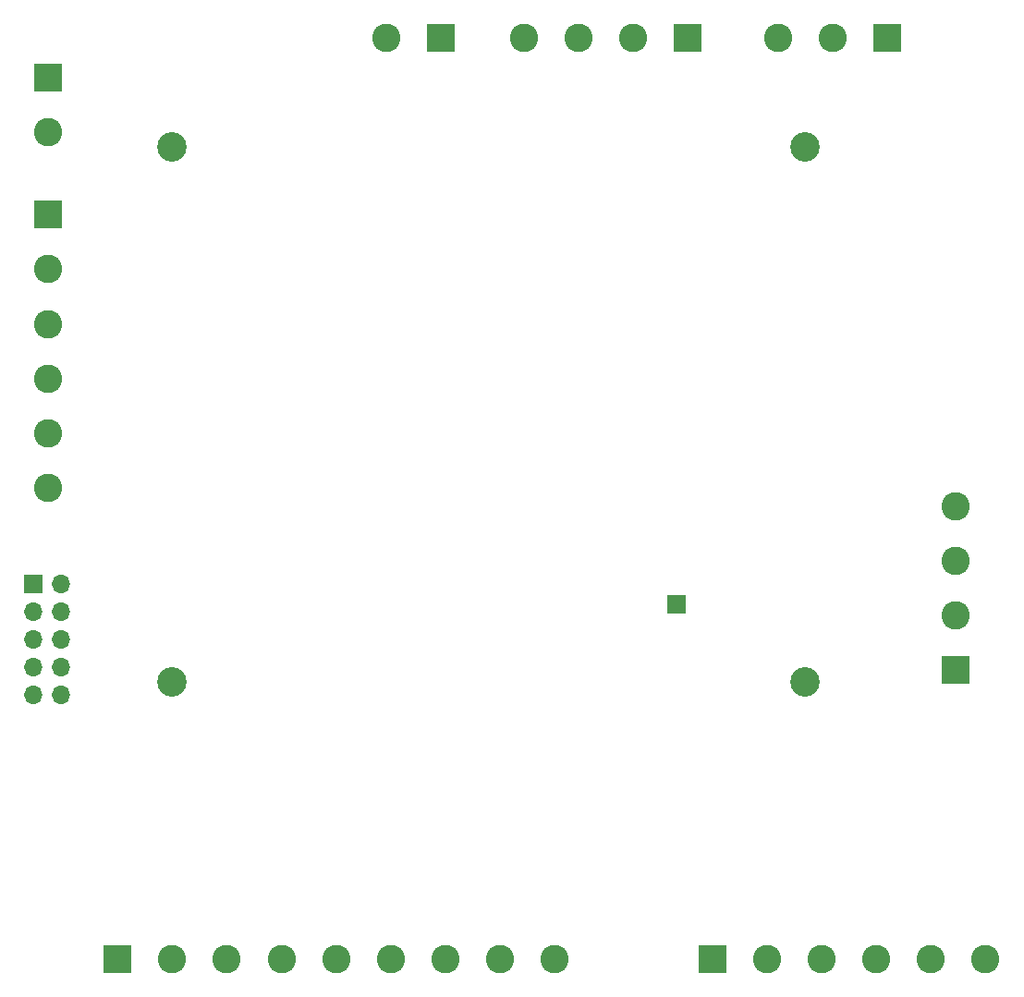
<source format=gbr>
G04 #@! TF.GenerationSoftware,KiCad,Pcbnew,5.1.8-db9833491~87~ubuntu18.04.1*
G04 #@! TF.CreationDate,2020-11-08T12:01:12+01:00*
G04 #@! TF.ProjectId,DAC ADC PWM IO,44414320-4144-4432-9050-574d20494f2e,rev?*
G04 #@! TF.SameCoordinates,Original*
G04 #@! TF.FileFunction,Soldermask,Bot*
G04 #@! TF.FilePolarity,Negative*
%FSLAX46Y46*%
G04 Gerber Fmt 4.6, Leading zero omitted, Abs format (unit mm)*
G04 Created by KiCad (PCBNEW 5.1.8-db9833491~87~ubuntu18.04.1) date 2020-11-08 12:01:12*
%MOMM*%
%LPD*%
G01*
G04 APERTURE LIST*
%ADD10C,2.700000*%
%ADD11R,2.600000X2.600000*%
%ADD12C,2.600000*%
%ADD13R,1.700000X1.700000*%
%ADD14O,1.700000X1.700000*%
G04 APERTURE END LIST*
D10*
G04 #@! TO.C,Hole1*
X173700000Y-117800000D03*
G04 #@! TD*
G04 #@! TO.C,Hole4*
X173700000Y-68800000D03*
G04 #@! TD*
G04 #@! TO.C,Hole2*
X115700000Y-117800000D03*
G04 #@! TD*
G04 #@! TO.C,Hole3*
X115700000Y-68800000D03*
G04 #@! TD*
D11*
G04 #@! TO.C,J2*
X110700000Y-143200000D03*
D12*
X115700000Y-143200000D03*
X120700000Y-143200000D03*
X125700000Y-143200000D03*
X130700000Y-143200000D03*
X135700000Y-143200000D03*
X140700000Y-143200000D03*
X145700000Y-143200000D03*
X150700000Y-143200000D03*
G04 #@! TD*
D11*
G04 #@! TO.C,J3*
X181200000Y-58800000D03*
D12*
X176200000Y-58800000D03*
X171200000Y-58800000D03*
G04 #@! TD*
D11*
G04 #@! TO.C,J4*
X187500000Y-116700000D03*
D12*
X187500000Y-111700000D03*
X187500000Y-106700000D03*
X187500000Y-101700000D03*
G04 #@! TD*
G04 #@! TO.C,J5*
X104300000Y-100000000D03*
X104300000Y-95000000D03*
X104300000Y-90000000D03*
X104300000Y-85000000D03*
X104300000Y-80000000D03*
D11*
X104300000Y-75000000D03*
G04 #@! TD*
D12*
G04 #@! TO.C,J6*
X104300000Y-67400000D03*
D11*
X104300000Y-62400000D03*
G04 #@! TD*
G04 #@! TO.C,J7*
X165200000Y-143200000D03*
D12*
X170200000Y-143200000D03*
X175200000Y-143200000D03*
X180200000Y-143200000D03*
X185200000Y-143200000D03*
X190200000Y-143200000D03*
G04 #@! TD*
D11*
G04 #@! TO.C,J8*
X140300000Y-58800000D03*
D12*
X135300000Y-58800000D03*
G04 #@! TD*
D13*
G04 #@! TO.C,J1*
X103000000Y-108800000D03*
D14*
X105540000Y-108800000D03*
X103000000Y-111340000D03*
X105540000Y-111340000D03*
X103000000Y-113880000D03*
X105540000Y-113880000D03*
X103000000Y-116420000D03*
X105540000Y-116420000D03*
X103000000Y-118960000D03*
X105540000Y-118960000D03*
G04 #@! TD*
D13*
G04 #@! TO.C,J10*
X161900000Y-110700000D03*
G04 #@! TD*
D11*
G04 #@! TO.C,J9*
X162900000Y-58800000D03*
D12*
X157900000Y-58800000D03*
X152900000Y-58800000D03*
X147900000Y-58800000D03*
G04 #@! TD*
M02*

</source>
